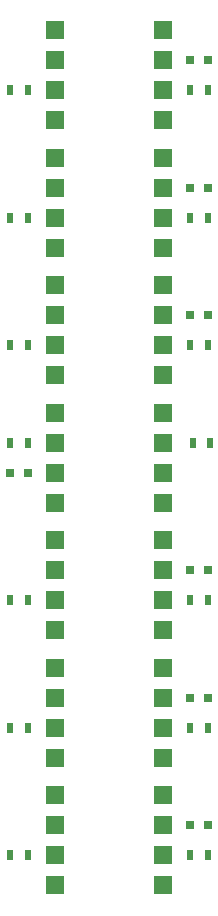
<source format=gbr>
G04 #@! TF.FileFunction,Paste,Top*
%FSLAX46Y46*%
G04 Gerber Fmt 4.6, Leading zero omitted, Abs format (unit mm)*
G04 Created by KiCad (PCBNEW (2015-12-07 BZR 6352)-product) date Fri 09 Sep 2016 08:12:53 PM EDT*
%MOMM*%
G01*
G04 APERTURE LIST*
%ADD10C,0.100000*%
%ADD11R,0.800000X0.750000*%
%ADD12R,0.500000X0.900000*%
%ADD13R,1.500000X1.524000*%
G04 APERTURE END LIST*
D10*
D11*
X19800000Y38735000D03*
X18300000Y38735000D03*
X33540000Y52070000D03*
X35040000Y52070000D03*
X33540000Y73660000D03*
X35040000Y73660000D03*
X33540000Y19685000D03*
X35040000Y19685000D03*
X33540000Y62865000D03*
X35040000Y62865000D03*
X33540000Y8890000D03*
X35040000Y8890000D03*
X33540000Y30480000D03*
X35040000Y30480000D03*
D12*
X19800000Y71120000D03*
X18300000Y71120000D03*
X19800000Y60325000D03*
X18300000Y60325000D03*
X19800000Y49530000D03*
X18300000Y49530000D03*
X33760000Y41275000D03*
X35260000Y41275000D03*
X35040000Y71120000D03*
X33540000Y71120000D03*
X35040000Y60325000D03*
X33540000Y60325000D03*
X35040000Y49530000D03*
X33540000Y49530000D03*
X18300000Y41275000D03*
X19800000Y41275000D03*
X19800000Y27940000D03*
X18300000Y27940000D03*
X19800000Y17145000D03*
X18300000Y17145000D03*
X19800000Y6350000D03*
X18300000Y6350000D03*
X35040000Y27940000D03*
X33540000Y27940000D03*
X35040000Y17145000D03*
X33540000Y17145000D03*
X35040000Y6350000D03*
X33540000Y6350000D03*
D13*
X22090000Y76200000D03*
X22090000Y73660000D03*
X22090000Y71120000D03*
X22090000Y68580000D03*
X31250000Y68580000D03*
X31250000Y71120000D03*
X31250000Y73660000D03*
X31250000Y76200000D03*
X22090000Y65405000D03*
X22090000Y62865000D03*
X22090000Y60325000D03*
X22090000Y57785000D03*
X31250000Y57785000D03*
X31250000Y60325000D03*
X31250000Y62865000D03*
X31250000Y65405000D03*
X22090000Y54610000D03*
X22090000Y52070000D03*
X22090000Y49530000D03*
X22090000Y46990000D03*
X31250000Y46990000D03*
X31250000Y49530000D03*
X31250000Y52070000D03*
X31250000Y54610000D03*
X31250000Y36195000D03*
X31250000Y38735000D03*
X31250000Y41275000D03*
X31250000Y43815000D03*
X22090000Y43815000D03*
X22090000Y41275000D03*
X22090000Y38735000D03*
X22090000Y36195000D03*
X22090000Y33020000D03*
X22090000Y30480000D03*
X22090000Y27940000D03*
X22090000Y25400000D03*
X31250000Y25400000D03*
X31250000Y27940000D03*
X31250000Y30480000D03*
X31250000Y33020000D03*
X22090000Y22225000D03*
X22090000Y19685000D03*
X22090000Y17145000D03*
X22090000Y14605000D03*
X31250000Y14605000D03*
X31250000Y17145000D03*
X31250000Y19685000D03*
X31250000Y22225000D03*
X22090000Y11430000D03*
X22090000Y8890000D03*
X22090000Y6350000D03*
X22090000Y3810000D03*
X31250000Y3810000D03*
X31250000Y6350000D03*
X31250000Y8890000D03*
X31250000Y11430000D03*
M02*

</source>
